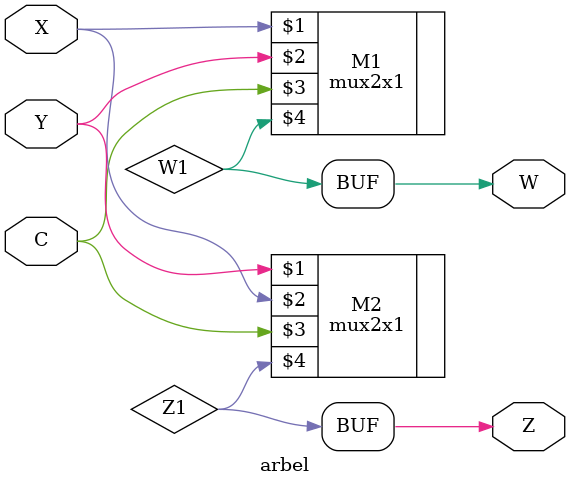
<source format=v>
`timescale 1ns / 1ps

(* keep_hierarchy = "yes" *) module arbel(
    input X,
    input Y,
    input C,
    output W,
    output Z
    );
    wire W1, W2;
    wire Z1, Z2;
    
    mux2x1 M1(X, Y, C, W1);
    mux2x1 M2(Y, X, C, Z1);
    
    not N1(W2, W1);
    not N2(W, W2);
    not N7(Z2, Z1);
    not N8(Z, Z2);
    
endmodule

</source>
